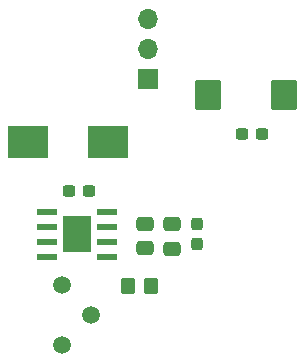
<source format=gts>
G04 #@! TF.GenerationSoftware,KiCad,Pcbnew,(6.0.1)*
G04 #@! TF.CreationDate,2022-06-09T14:01:23-07:00*
G04 #@! TF.ProjectId,Regulator_5V_rev1_2,52656775-6c61-4746-9f72-5f35565f7265,1.2*
G04 #@! TF.SameCoordinates,Original*
G04 #@! TF.FileFunction,Soldermask,Top*
G04 #@! TF.FilePolarity,Negative*
%FSLAX46Y46*%
G04 Gerber Fmt 4.6, Leading zero omitted, Abs format (unit mm)*
G04 Created by KiCad (PCBNEW (6.0.1)) date 2022-06-09 14:01:23*
%MOMM*%
%LPD*%
G01*
G04 APERTURE LIST*
G04 Aperture macros list*
%AMRoundRect*
0 Rectangle with rounded corners*
0 $1 Rounding radius*
0 $2 $3 $4 $5 $6 $7 $8 $9 X,Y pos of 4 corners*
0 Add a 4 corners polygon primitive as box body*
4,1,4,$2,$3,$4,$5,$6,$7,$8,$9,$2,$3,0*
0 Add four circle primitives for the rounded corners*
1,1,$1+$1,$2,$3*
1,1,$1+$1,$4,$5*
1,1,$1+$1,$6,$7*
1,1,$1+$1,$8,$9*
0 Add four rect primitives between the rounded corners*
20,1,$1+$1,$2,$3,$4,$5,0*
20,1,$1+$1,$4,$5,$6,$7,0*
20,1,$1+$1,$6,$7,$8,$9,0*
20,1,$1+$1,$8,$9,$2,$3,0*%
G04 Aperture macros list end*
%ADD10RoundRect,0.250000X-0.875000X-1.025000X0.875000X-1.025000X0.875000X1.025000X-0.875000X1.025000X0*%
%ADD11RoundRect,0.237500X-0.300000X-0.237500X0.300000X-0.237500X0.300000X0.237500X-0.300000X0.237500X0*%
%ADD12R,1.778000X0.533400*%
%ADD13R,2.400000X3.099999*%
%ADD14RoundRect,0.250000X-0.475000X0.337500X-0.475000X-0.337500X0.475000X-0.337500X0.475000X0.337500X0*%
%ADD15RoundRect,0.250000X0.350000X0.450000X-0.350000X0.450000X-0.350000X-0.450000X0.350000X-0.450000X0*%
%ADD16R,3.500000X2.700000*%
%ADD17C,1.498600*%
%ADD18RoundRect,0.237500X-0.237500X0.300000X-0.237500X-0.300000X0.237500X-0.300000X0.237500X0.300000X0*%
%ADD19R,1.700000X1.700000*%
%ADD20O,1.700000X1.700000*%
G04 APERTURE END LIST*
D10*
X147676000Y-80518000D03*
X154076000Y-80518000D03*
D11*
X150521500Y-83820000D03*
X152246500Y-83820000D03*
D12*
X134002350Y-90449500D03*
X134002350Y-91719500D03*
X134002350Y-92989500D03*
X134002350Y-94259500D03*
X139133150Y-94259500D03*
X139133150Y-92989500D03*
X139133150Y-91719500D03*
X139133150Y-90449500D03*
D13*
X136567750Y-92354500D03*
D14*
X144590000Y-91476500D03*
X144590000Y-93551500D03*
D15*
X142850000Y-96750000D03*
X140850000Y-96750000D03*
D11*
X135857500Y-88640000D03*
X137582500Y-88640000D03*
D16*
X139200000Y-84500000D03*
X132400000Y-84500000D03*
D17*
X135274500Y-96681000D03*
X137774500Y-99181000D03*
X135274500Y-101681000D03*
D18*
X146690000Y-91451500D03*
X146690000Y-93176500D03*
D19*
X142565000Y-79185000D03*
D20*
X142565000Y-76645000D03*
X142565000Y-74105000D03*
D14*
X142340000Y-91466500D03*
X142340000Y-93541500D03*
M02*

</source>
